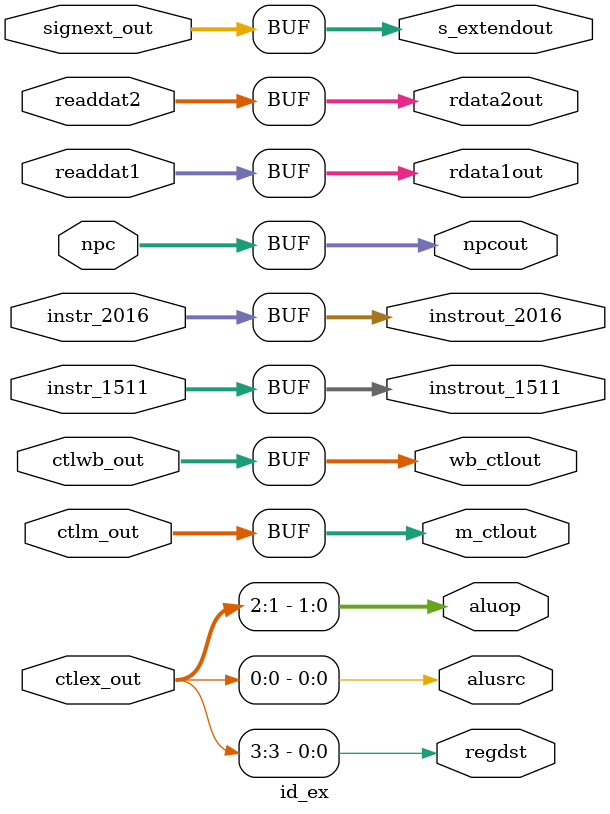
<source format=v>

/*   id_ex.v  */
module id_ex(
	input		wire 	[1:0]		ctlwb_out,
	input		wire 	[2:0]		ctlm_out,
	input		wire 	[3:0]		ctlex_out,
	input		wire 	[31:0]	npc, readdat1, readdat2, signext_out,
	input		wire	[4:0]		instr_2016, instr_1511,
	output	reg	[1:0]		wb_ctlout,
	output	reg	[2:0]		m_ctlout,
	output	reg				regdst, alusrc,
	output	reg	[1:0]		aluop,
	output	reg 	[31:0]	npcout, rdata1out, rdata2out, s_extendout,
	output	reg	[4:0]		instrout_2016, instrout_1511
 );

initial
begin
      //Assign 0's to everything
  		wb_ctlout <= 2'b0;
	  	m_ctlout <= 3'b0;
	  	regdst <= 1'b0;
	  	aluop <= 2'b0;
	  	alusrc <= 1'b0;
	  	npcout <= 32'b0;
	  	rdata1out <= 32'b0;
	  	rdata2out <= 32'b0;
	  	s_extendout <= 32'b0;
		  instrout_2016 <= 5'b0;
		  instrout_1511 <= 5'b0;
end

always @ *
begin
     //Wire the inputs to the outputs corresponding outputs
 		 #1
	 	  wb_ctlout <= ctlwb_out;
			m_ctlout <= ctlm_out;
			regdst <= ctlex_out[3];
			aluop <= ctlex_out[2:1];
			alusrc <= ctlex_out[0];
			npcout <= npc;
			rdata1out <= readdat1;
			rdata2out <= readdat2;
			s_extendout <= signext_out;
			instrout_2016 <= instr_2016;
			instrout_1511 <= instr_1511;
end
endmodule //id_ex

</source>
